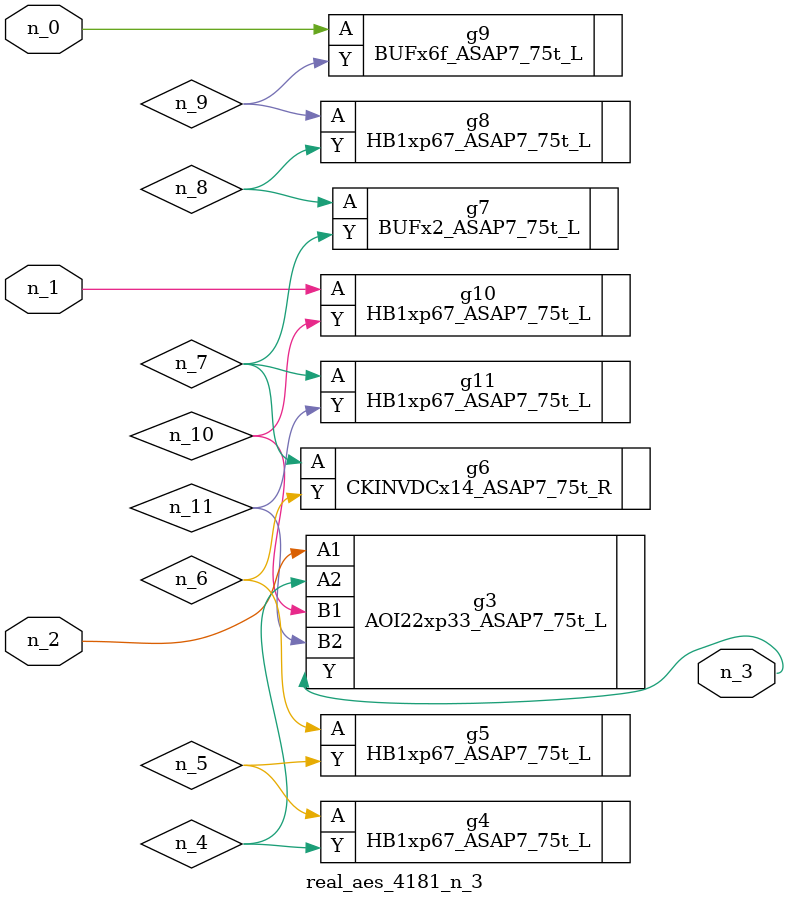
<source format=v>
module real_aes_4181_n_3 (n_0, n_2, n_1, n_3);
input n_0;
input n_2;
input n_1;
output n_3;
wire n_4;
wire n_5;
wire n_7;
wire n_8;
wire n_6;
wire n_9;
wire n_10;
wire n_11;
BUFx6f_ASAP7_75t_L g9 ( .A(n_0), .Y(n_9) );
HB1xp67_ASAP7_75t_L g10 ( .A(n_1), .Y(n_10) );
AOI22xp33_ASAP7_75t_L g3 ( .A1(n_2), .A2(n_4), .B1(n_10), .B2(n_11), .Y(n_3) );
HB1xp67_ASAP7_75t_L g4 ( .A(n_5), .Y(n_4) );
HB1xp67_ASAP7_75t_L g5 ( .A(n_6), .Y(n_5) );
CKINVDCx14_ASAP7_75t_R g6 ( .A(n_7), .Y(n_6) );
HB1xp67_ASAP7_75t_L g11 ( .A(n_7), .Y(n_11) );
BUFx2_ASAP7_75t_L g7 ( .A(n_8), .Y(n_7) );
HB1xp67_ASAP7_75t_L g8 ( .A(n_9), .Y(n_8) );
endmodule
</source>
